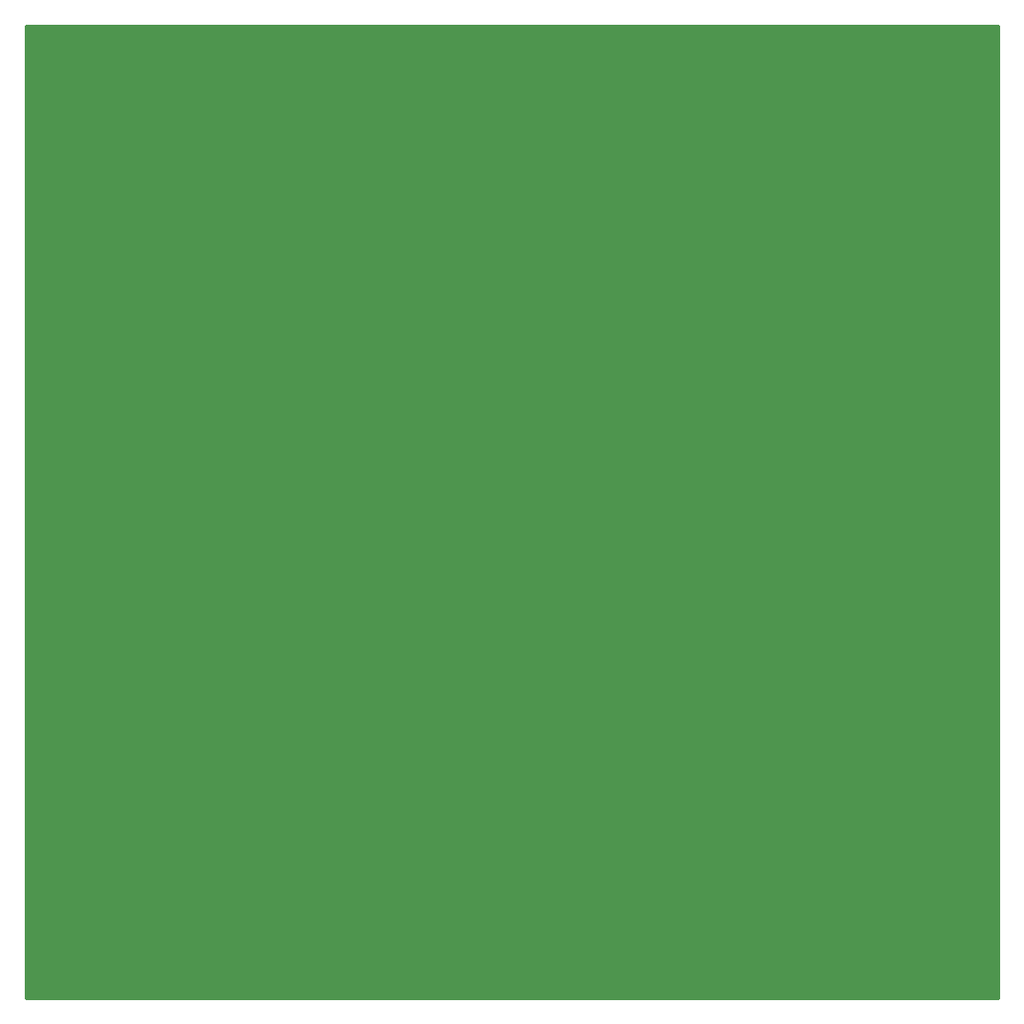
<source format=gbr>
%TF.GenerationSoftware,KiCad,Pcbnew,5.1.10-88a1d61d58~90~ubuntu21.04.1*%
%TF.CreationDate,2021-11-07T21:43:53+01:00*%
%TF.ProjectId,terrarium,74657272-6172-4697-956d-2e6b69636164,rev?*%
%TF.SameCoordinates,Original*%
%TF.FileFunction,Soldermask,Bot*%
%TF.FilePolarity,Negative*%
%FSLAX46Y46*%
G04 Gerber Fmt 4.6, Leading zero omitted, Abs format (unit mm)*
G04 Created by KiCad (PCBNEW 5.1.10-88a1d61d58~90~ubuntu21.04.1) date 2021-11-07 21:43:53*
%MOMM*%
%LPD*%
G01*
G04 APERTURE LIST*
%ADD10O,1.700000X1.700000*%
%ADD11R,1.700000X1.700000*%
%ADD12C,0.254000*%
%ADD13C,0.100000*%
G04 APERTURE END LIST*
D10*
%TO.C,i2c4*%
X58420000Y-61976000D03*
X60960000Y-61976000D03*
X63500000Y-61976000D03*
D11*
X66040000Y-61976000D03*
%TD*%
D10*
%TO.C,rxtx1*%
X63500000Y-40640000D03*
D11*
X66040000Y-40640000D03*
%TD*%
D10*
%TO.C,i2c3*%
X58420000Y-57150000D03*
X60960000Y-57150000D03*
X63500000Y-57150000D03*
D11*
X66040000Y-57150000D03*
%TD*%
D10*
%TO.C,ExternalPower1*%
X48260000Y-57150000D03*
X48260000Y-59690000D03*
D11*
X48260000Y-62230000D03*
%TD*%
D10*
%TO.C,temp4*%
X71882000Y-34290000D03*
X74422000Y-34290000D03*
D11*
X76962000Y-34290000D03*
%TD*%
D10*
%TO.C,temp3*%
X85852000Y-34290000D03*
X88392000Y-34290000D03*
D11*
X90932000Y-34290000D03*
%TD*%
D10*
%TO.C,temp2*%
X99822000Y-34290000D03*
X102362000Y-34290000D03*
D11*
X104902000Y-34290000D03*
%TD*%
D10*
%TO.C,temp1*%
X112522000Y-34290000D03*
X115062000Y-34290000D03*
D11*
X117602000Y-34290000D03*
%TD*%
D10*
%TO.C,relay2*%
X84582000Y-83820000D03*
X82042000Y-83820000D03*
D11*
X79502000Y-83820000D03*
%TD*%
D10*
%TO.C,relay1*%
X111760000Y-83820000D03*
X109220000Y-83820000D03*
D11*
X106680000Y-83820000D03*
%TD*%
D10*
%TO.C,i2c2*%
X58420000Y-49530000D03*
X60960000Y-49530000D03*
X63500000Y-49530000D03*
D11*
X66040000Y-49530000D03*
%TD*%
D10*
%TO.C,i2c1*%
X58420000Y-74930000D03*
X60960000Y-74930000D03*
X63500000Y-74930000D03*
D11*
X66040000Y-74930000D03*
%TD*%
D10*
%TO.C,esp32-right1*%
X81280000Y-74930000D03*
X83820000Y-74930000D03*
X86360000Y-74930000D03*
X88900000Y-74930000D03*
X91440000Y-74930000D03*
X93980000Y-74930000D03*
X96520000Y-74930000D03*
X99060000Y-74930000D03*
X101600000Y-74930000D03*
X104140000Y-74930000D03*
X106680000Y-74930000D03*
X109220000Y-74930000D03*
X111760000Y-74930000D03*
X114300000Y-74930000D03*
X116840000Y-74930000D03*
X119380000Y-74930000D03*
X121920000Y-74930000D03*
X124460000Y-74930000D03*
D11*
X127000000Y-74930000D03*
%TD*%
D10*
%TO.C,esp32-left1*%
X81280000Y-49530000D03*
X83820000Y-49530000D03*
X86360000Y-49530000D03*
X88900000Y-49530000D03*
X91440000Y-49530000D03*
X93980000Y-49530000D03*
X96520000Y-49530000D03*
X99060000Y-49530000D03*
X101600000Y-49530000D03*
X104140000Y-49530000D03*
X106680000Y-49530000D03*
X109220000Y-49530000D03*
X111760000Y-49530000D03*
X114300000Y-49530000D03*
X116840000Y-49530000D03*
X119380000Y-49530000D03*
X121920000Y-49530000D03*
X124460000Y-49530000D03*
D11*
X127000000Y-49530000D03*
%TD*%
D12*
X130873000Y-112873000D02*
X41127000Y-112873000D01*
X41127000Y-23127000D01*
X130873000Y-23127000D01*
X130873000Y-112873000D01*
D13*
G36*
X130873000Y-112873000D02*
G01*
X41127000Y-112873000D01*
X41127000Y-23127000D01*
X130873000Y-23127000D01*
X130873000Y-112873000D01*
G37*
M02*

</source>
